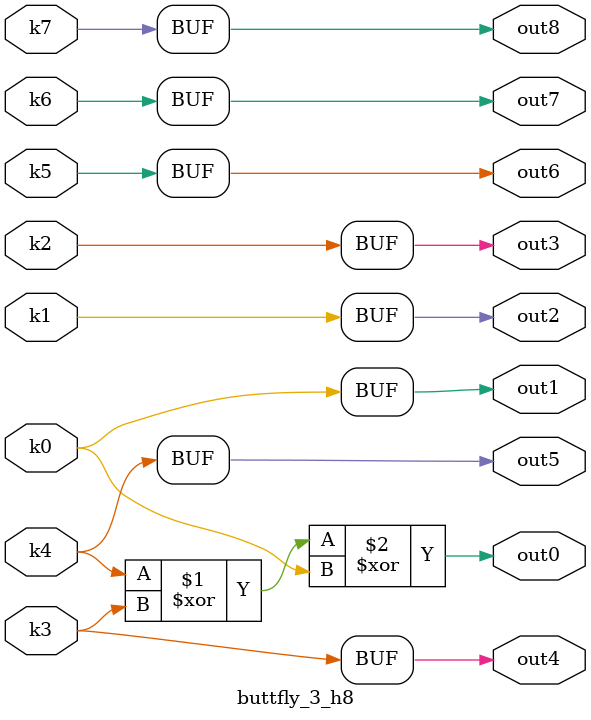
<source format=v>
module buttfly_3(pi0, pi1, pi2, pi3, pi4, pi5, po0, po1, po2, po3, po4, po5, po6, po7, po8);
input pi0, pi1, pi2, pi3, pi4, pi5;
output po0, po1, po2, po3, po4, po5, po6, po7, po8;
wire k0, k1, k2, k3, k4, k5, k6, k7;
buttfly_3_w8 DUT1 (pi0, pi1, pi2, pi3, pi4, pi5, k0, k1, k2, k3, k4, k5, k6, k7);
buttfly_3_h8 DUT2 (k0, k1, k2, k3, k4, k5, k6, k7, po0, po1, po2, po3, po4, po5, po6, po7, po8);
endmodule

module buttfly_3_w8(in5, in4, in3, in2, in1, in0, k7, k6, k5, k4, k3, k2, k1, k0);
input in5, in4, in3, in2, in1, in0;
output k7, k6, k5, k4, k3, k2, k1, k0;
assign k0 =   (((~in4 & (in1 | (~in5 & in2))) | (~in5 & in1 & in2)) & (~in3 | in0)) | (~in3 & in0);
assign k1 =   ((~in3 ^ in0) & (((in4 | ~in1) & (in5 | ~in2)) | (in4 & ~in1))) | (((~in4 & in1) | (~in5 & in2 & (~in4 | in1))) & (in3 ^ in0));
assign k2 =   ((~in4 ^ in1) & (in5 | ~in2)) | (~in5 & in2 & (in4 ^ in1));
assign k3 =   (((in4 & (in1 | (in2 & in5))) | (in1 & in2 & in5)) & (in3 | in0)) | (in3 & in0);
assign k4 =   (((~in4 | (~in1 & (~in2 | ~in5))) & (~in1 | ~in2 | ~in5)) | (~in3 & ~in0)) & (~in3 | ~in0);
assign k5 =   ((in3 ^ in0) & ((in5 & in2 & (in4 | in1)) | (in4 & in1))) | ((~in3 ^ in0) & ((~in4 & ~in1) | ((~in4 | ~in1) & (~in5 | ~in2))));
assign k6 =   (in5 & in2 & (in4 ^ in1)) | ((~in4 ^ in1) & (~in5 | ~in2));
assign k7 =   in5 ^ ~in2;
endmodule

module buttfly_3_h8(k7, k6, k5, k4, k3, k2, k1, k0, out8, out7, out6, out5, out4, out3, out2, out1, out0);
input k7, k6, k5, k4, k3, k2, k1, k0;
output out8, out7, out6, out5, out4, out3, out2, out1, out0;
assign out0 = k4 ^ k3 ^ k0;
assign out1 = k0;
assign out2 = k1;
assign out3 = k2;
assign out4 = k3;
assign out5 = k4;
assign out6 = k5;
assign out7 = k6;
assign out8 = k7;
endmodule

</source>
